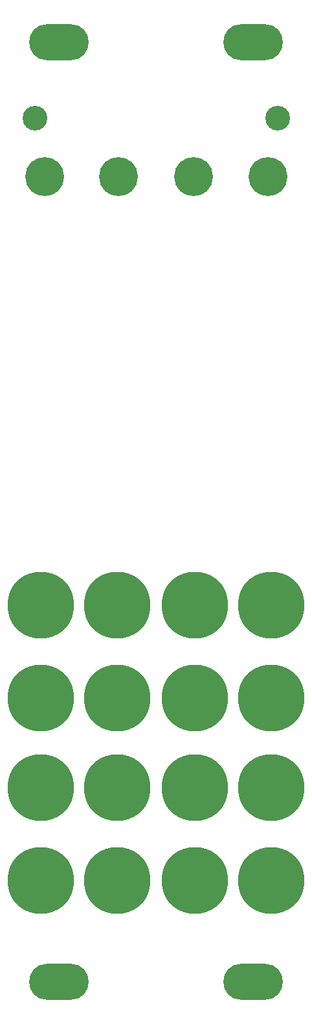
<source format=gbs>
G04 DipTrace 3.2.0.1*
G04 twiigs_panel.GBS*
%MOIN*%
G04 #@! TF.FileFunction,Soldermask,Bot*
G04 #@! TF.Part,Single*
%ADD21C,0.127*%
%ADD22C,0.2*%
%ADD27O,0.307213X0.185165*%
%ADD29C,0.342646*%
%FSLAX26Y26*%
G04*
G70*
G90*
G75*
G01*
G04 BotMask*
%LPD*%
D21*
X564000Y4944000D3*
X1814000D3*
D22*
X1382750Y4644000D3*
X614000D3*
X995250D3*
X1764000D3*
D29*
X1389000Y1508000D3*
X989000Y1031000D3*
X595000D3*
Y1508000D3*
X989000D3*
X1389000Y1031000D3*
X1783000Y1508000D3*
X989000Y1969000D3*
X595000D3*
D27*
X1689000Y512058D3*
X689000D3*
D29*
X1783000Y1031000D3*
D27*
X689000Y5334892D3*
X1689000D3*
D29*
X595000Y2444000D3*
X989000D3*
X1783000D3*
Y1969000D3*
X1389000Y2444000D3*
Y1969000D3*
M02*

</source>
